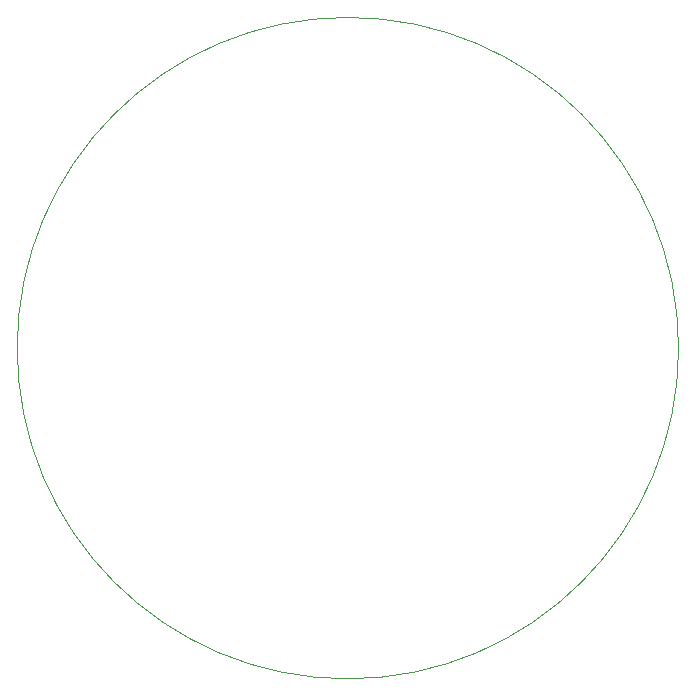
<source format=gko>
G04*
G04 #@! TF.GenerationSoftware,Altium Limited,Altium Designer,25.1.2 (22)*
G04*
G04 Layer_Color=16711935*
%FSLAX44Y44*%
%MOMM*%
G71*
G04*
G04 #@! TF.SameCoordinates,4DC4BC11-A5A9-46D6-A818-46A4CD50810F*
G04*
G04*
G04 #@! TF.FilePolarity,Positive*
G04*
G01*
G75*
%ADD12C,0.1000*%
D12*
Y280000D02*
G03*
X280000Y0I280000J0D01*
G01*
Y560000D02*
G03*
X0Y280000I0J-280000D01*
G01*
X560000D02*
G03*
X280000Y560000I-280000J0D01*
G01*
Y0D02*
G03*
X560000Y280000I0J280000D01*
G01*
M02*

</source>
